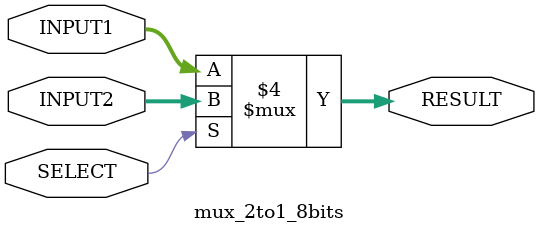
<source format=v>
/*
 *
 *	Part 3 
 *
 *	This is a MUX which has two inputs and one selection.
 *
 *
 */

module mux_2to1_8bits(RESULT, INPUT1, INPUT2, SELECT);

	input [7:0] INPUT1, INPUT2;		// 8-bits inputs 
	input SELECT;				// selection pin
	output reg [7:0] RESULT;		// 8-bits output

	always @(*) 
	begin		
		
		if( SELECT == 1'b1 )		// SELECT == 8'd1
			
			RESULT = INPUT2 ;

		else				// SELECT = 'b0

			RESULT = INPUT1 ;

	
	end	

endmodule


</source>
